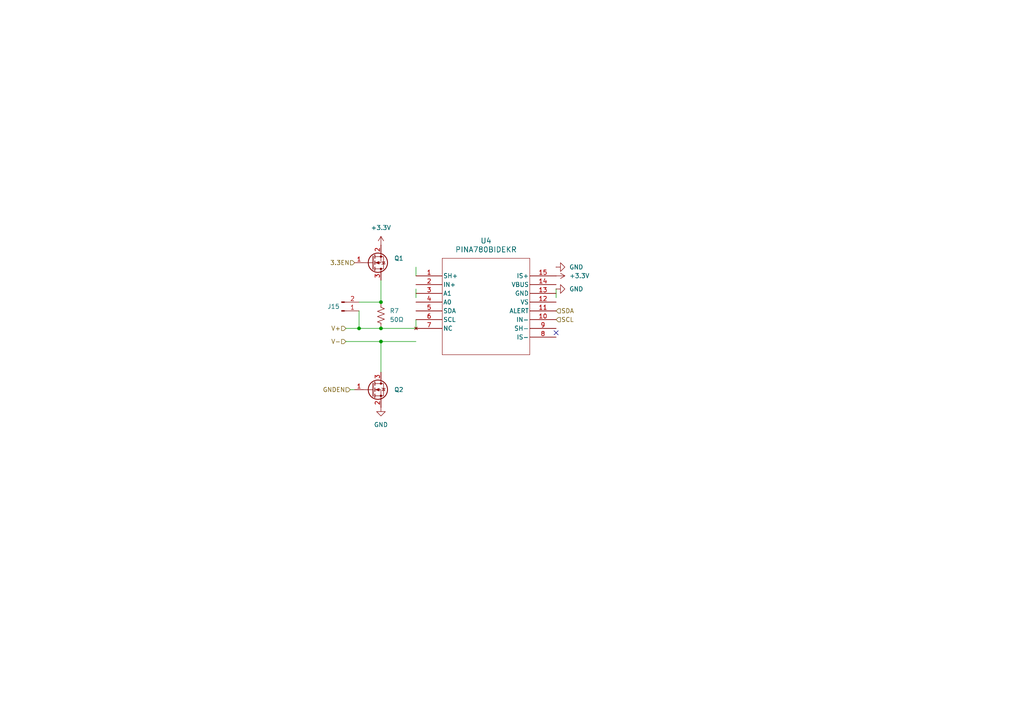
<source format=kicad_sch>
(kicad_sch (version 20231120) (generator "eeschema") (generator_version "8.0")
  (paper "A4")
  (lib_symbols
    (symbol "Connector:Conn_01x02_Pin" (pin_names (offset 1.016) hide)
      (property "Reference" "J" (at 0 2.54 0))
      (property "Value" "Conn_01x02_Pin" (at 0 -5.08 0))
      (symbol "Conn_01x02_Pin_1_1"
        (polyline (pts (xy 1.27 -2.54) (xy 0.8636 -2.54)) (stroke (width 0.1524)))
        (polyline (pts (xy 1.27 0) (xy 0.8636 0)) (stroke (width 0.1524)))
        (rectangle (start 0.8636 -2.413) (end 0 -2.667) (stroke (width 0.1524)) (fill (type outline)))
        (rectangle (start 0.8636 0.127) (end 0 -0.127) (stroke (width 0.1524)) (fill (type outline)))
        (pin passive line (at 5.08 0 180) (length 3.81) (name "Pin_1") (number "1"))
        (pin passive line (at 5.08 -2.54 180) (length 3.81) (name "Pin_2") (number "2"))
      )
    )
    (symbol "Device:R_US" (pin_numbers hide) (pin_names (offset 0))
      (property "Reference" "R" (at 2.54 0 90))
      (property "Value" "R_US" (at -2.54 0 90))
      (symbol "R_US_0_1"
        (polyline (pts (xy 0 -2.286) (xy 0 -2.54)))
        (polyline (pts (xy 0 2.286) (xy 0 2.54)))
        (polyline (pts (xy 0 -0.762) (xy 1.016 -1.143) (xy 0 -1.524) (xy -1.016 -1.905) (xy 0 -2.286)))
        (polyline (pts (xy 0 0.762) (xy 1.016 0.381) (xy 0 0) (xy -1.016 -0.381) (xy 0 -0.762)))
        (polyline (pts (xy 0 2.286) (xy 1.016 1.905) (xy 0 1.524) (xy -1.016 1.143) (xy 0 0.762)))
      )
      (symbol "R_US_1_1"
        (pin passive line (at 0 3.81 270) (length 1.27) (name "~") (number "1"))
        (pin passive line (at 0 -3.81 90) (length 1.27) (name "~") (number "2"))
      )
    )
    (symbol "Multimeter:PINA780BIDEKR" (pin_names (offset 0.254))
      (property "Reference" "U" (at 20.32 10.16 0))
      (property "Value" "PINA780BIDEKR" (at 20.32 7.62 0))
      (symbol "PINA780BIDEKR_0_1"
        (polyline (pts (xy 7.62 -22.86) (xy 33.02 -22.86)) (stroke (width 0.127)))
        (polyline (pts (xy 7.62 5.08) (xy 7.62 -22.86)) (stroke (width 0.127)))
        (polyline (pts (xy 33.02 -22.86) (xy 33.02 5.08)) (stroke (width 0.127)))
        (polyline (pts (xy 33.02 5.08) (xy 7.62 5.08)) (stroke (width 0.127)))
        (pin output line (at 0 0 0) (length 7.62) (name "SH+") (number "1"))
        (pin input line (at 40.64 -12.7 180) (length 7.62) (name "IN-") (number "10"))
        (pin output line (at 40.64 -10.16 180) (length 7.62) (name "ALERT") (number "11"))
        (pin power_in line (at 40.64 -7.62 180) (length 7.62) (name "VS") (number "12"))
        (pin power_out line (at 40.64 -5.08 180) (length 7.62) (name "GND") (number "13"))
        (pin input line (at 40.64 -2.54 180) (length 7.62) (name "VBUS") (number "14"))
        (pin input line (at 40.64 0 180) (length 7.62) (name "IS+") (number "15"))
        (pin input line (at 0 -2.54 0) (length 7.62) (name "IN+") (number "2"))
        (pin input line (at 0 -5.08 0) (length 7.62) (name "A1") (number "3"))
        (pin input line (at 0 -7.62 0) (length 7.62) (name "A0") (number "4"))
        (pin bidirectional line (at 0 -10.16 0) (length 7.62) (name "SDA") (number "5"))
        (pin input line (at 0 -12.7 0) (length 7.62) (name "SCL") (number "6"))
        (pin no_connect line (at 0 -15.24 0) (length 7.62) (name "NC") (number "7"))
        (pin input line (at 40.64 -17.78 180) (length 7.62) (name "IS-") (number "8"))
        (pin output line (at 40.64 -15.24 180) (length 7.62) (name "SH-") (number "9"))
      )
    )
    (symbol "Transistor_FET:2N7002" (pin_names hide)
      (property "Reference" "Q" (at 5.08 1.905 0))
      (property "Value" "2N7002" (at 5.08 0 0))
      (symbol "2N7002_0_1"
        (polyline (pts (xy 0.254 0) (xy -2.54 0)))
        (polyline (pts (xy 0.254 1.905) (xy 0.254 -1.905)) (stroke (width 0.254)))
        (polyline (pts (xy 0.762 -1.27) (xy 0.762 -2.286)) (stroke (width 0.254)))
        (polyline (pts (xy 0.762 0.508) (xy 0.762 -0.508)) (stroke (width 0.254)))
        (polyline (pts (xy 0.762 2.286) (xy 0.762 1.27)) (stroke (width 0.254)))
        (polyline (pts (xy 2.54 2.54) (xy 2.54 1.778)))
        (polyline (pts (xy 2.54 -2.54) (xy 2.54 0) (xy 0.762 0)))
        (polyline (pts (xy 0.762 -1.778) (xy 3.302 -1.778) (xy 3.302 1.778) (xy 0.762 1.778)))
        (polyline (pts (xy 1.016 0) (xy 2.032 0.381) (xy 2.032 -0.381) (xy 1.016 0)) (fill (type outline)))
        (polyline (pts (xy 2.794 0.508) (xy 2.921 0.381) (xy 3.683 0.381) (xy 3.81 0.254)))
        (polyline (pts (xy 3.302 0.381) (xy 2.921 -0.254) (xy 3.683 -0.254) (xy 3.302 0.381)))
        (circle (center 1.651 0) (radius 2.794) (stroke (width 0.254)))
        (circle (center 2.54 -1.778) (radius 0.254) (fill (type outline)))
        (circle (center 2.54 1.778) (radius 0.254) (fill (type outline)))
      )
      (symbol "2N7002_1_1"
        (pin input line (at -5.08 0 0) (length 2.54) (name "G") (number "1"))
        (pin passive line (at 2.54 -5.08 90) (length 2.54) (name "S") (number "2"))
        (pin passive line (at 2.54 5.08 270) (length 2.54) (name "D") (number "3"))
      )
    )
    (symbol "power:+3.3V" (power) (pin_numbers hide) (pin_names (offset 0) hide)
      (property "Value" "+3.3V" (at 0 3.556 0))
      (symbol "+3.3V_0_1"
        (polyline (pts (xy -0.762 1.27) (xy 0 2.54)))
        (polyline (pts (xy 0 0) (xy 0 2.54)))
        (polyline (pts (xy 0 2.54) (xy 0.762 1.27)))
      )
      (symbol "+3.3V_1_1"
        (pin power_in line (at 0 0 90) (length 0) (name "~") (number "1"))
      )
    )
    (symbol "power:GND" (power) (pin_numbers hide) (pin_names (offset 0) hide)
      (property "Value" "GND" (at 0 -3.81 0))
      (symbol "GND_0_1"
        (polyline (pts (xy 0 0) (xy 0 -1.27) (xy 1.27 -1.27) (xy 0 -2.54) (xy -1.27 -1.27) (xy 0 -1.27)))
      )
      (symbol "GND_1_1"
        (pin power_in line (at 0 0 270) (length 0) (name "~") (number "1"))
      )
    )
  )
  (junction (at 110.49 95.25))
  (junction (at 110.49 87.63))
  (junction (at 110.49 99.06))
  (junction (at 104.14 95.25))
  (no_connect (at 161.29 96.52))
  (wire (pts (xy 104.14 90.17) (xy 104.14 95.25)))
  (wire (pts (xy 161.29 83.82) (xy 161.29 86.36)))
  (wire (pts (xy 120.65 77.47) (xy 120.65 80.01)))
  (wire (pts (xy 110.49 99.06) (xy 120.65 99.06)))
  (wire (pts (xy 100.33 99.06) (xy 110.49 99.06)))
  (wire (pts (xy 120.65 83.82) (xy 120.65 86.36)))
  (wire (pts (xy 110.49 95.25) (xy 120.65 95.25)))
  (wire (pts (xy 110.49 107.95) (xy 110.49 99.06)))
  (wire (pts (xy 104.14 95.25) (xy 110.49 95.25)))
  (wire (pts (xy 120.65 92.71) (xy 120.65 95.25)))
  (wire (pts (xy 104.14 87.63) (xy 110.49 87.63)))
  (wire (pts (xy 110.49 81.28) (xy 110.49 87.63)))
  (wire (pts (xy 100.33 95.25) (xy 104.14 95.25)))
  (wire (pts (xy 102.87 113.03) (xy 101.6 113.03)))
  (hierarchical_label "SCL" (shape input) (at 161.29 92.71 0))
  (hierarchical_label "V-" (shape input) (at 100.33 99.06 180))
  (hierarchical_label "SDA" (shape input) (at 161.29 90.17 0))
  (hierarchical_label "3.3EN" (shape input) (at 102.87 76.2 180))
  (hierarchical_label "GNDEN" (shape input) (at 101.6 113.03 180))
  (hierarchical_label "V+" (shape input) (at 100.33 95.25 180))
  (symbol (lib_id "power:+3.3V") (at 110.49 71.12 0) (mirror y) (unit 1)
    (property "Reference" "#PWR043" (effects (hide yes)))
    (property "Value" "+3.3V" (at 110.49 66.04 0))
    (property "Description" "Power symbol creates a global label with name \"+3.3V\"" (effects (hide yes)))
  )
  (symbol (lib_id "power:GND") (at 110.49 118.11 0) (unit 1)
    (property "Reference" "#PWR047" (effects (hide yes)))
    (property "Value" "GND" (at 110.49 123.19 0))
    (property "Description" "Power symbol creates a global label with name \"GND\" , ground" (effects (hide yes)))
  )
  (symbol (lib_id "Device:R_US") (at 110.49 91.44 0) (unit 1)
    (property "Reference" "R7" (at 113.03 90.1699 0) (effects (justify left)))
    (property "Value" "50Ω" (at 113.03 92.7099 0) (effects (justify left)))
    (property "Footprint" "Resistor_SMD:R_0402_1005Metric_Pad0.72x0.64mm_HandSolder" (effects (hide yes)))
    (property "Description" "Resistor, US symbol" (effects (hide yes)))
  )
  (symbol (lib_id "Transistor_FET:2N7002") (at 107.95 76.2 0) (mirror x) (unit 1)
    (property "Reference" "Q1" (at 114.3 74.9299 0) (effects (justify left)))
    (property "Value" "2N7002" (effects (hide yes)))
    (property "Footprint" "Package_TO_SOT_SMD:SOT-23" (effects (hide yes)))
    (property "Datasheet" "https://www.onsemi.com/pub/Collateral/NDS7002A-D.PDF" (effects (hide yes)))
    (property "Description" "0.115A Id, 60V Vds, N-Channel MOSFET, SOT-23" (effects (hide yes)))
  )
  (symbol (lib_id "power:GND") (at 161.29 83.82 90) (unit 1)
    (property "Reference" "#PWR046" (effects (hide yes)))
    (property "Value" "GND" (at 165.1 83.8199 90) (effects (justify right)))
    (property "Description" "Power symbol creates a global label with name \"GND\" , ground" (effects (hide yes)))
  )
  (symbol (lib_id "power:GND") (at 161.29 77.47 90) (unit 1)
    (property "Reference" "#PWR044" (effects (hide yes)))
    (property "Value" "GND" (at 165.1 77.4699 90) (effects (justify right)))
    (property "Description" "Power symbol creates a global label with name \"GND\" , ground" (effects (hide yes)))
  )
  (symbol (lib_id "power:+3.3V") (at 161.29 80.01 270) (mirror x) (unit 1)
    (property "Reference" "#PWR045" (effects (hide yes)))
    (property "Value" "+3.3V" (at 165.1 80.0099 90) (effects (justify left)))
    (property "Description" "Power symbol creates a global label with name \"+3.3V\"" (effects (hide yes)))
  )
  (symbol (lib_id "Connector:Conn_01x02_Pin") (at 99.06 90.17 0) (mirror x) (unit 1)
    (property "Reference" "J15" (at 98.552 88.9 0) (effects (justify right)))
    (property "Value" "Conn_01x02_Pin" (effects (hide yes)))
    (property "Footprint" "Connector_PinHeader_1.27mm:PinHeader_1x02_P1.27mm_Vertical" (effects (hide yes)))
    (property "Description" "Generic connector, single row, 01x02, script generated" (effects (hide yes)))
  )
  (symbol (lib_id "Multimeter:PINA780BIDEKR") (at 120.65 80.01 0) (unit 1)
    (property "Reference" "U4" (at 140.97 69.85 0) (effects (font (size 1.524 1.524))))
    (property "Value" "PINA780BIDEKR" (at 140.97 72.39 0) (effects (font (size 1.524 1.524))))
    (property "Footprint" "Library:VQFN15_DEK_TEX" (effects (hide yes)))
    (property "Datasheet" "PINA780BIDEKR" (effects (hide yes)))
  )
  (symbol (lib_id "Transistor_FET:2N7002") (at 107.95 113.03 0) (unit 1)
    (property "Reference" "Q2" (at 114.3 113.03 0) (effects (justify left)))
    (property "Value" "2N7002" (effects (hide yes)))
    (property "Footprint" "Package_TO_SOT_SMD:SOT-23" (effects (hide yes)))
    (property "Datasheet" "https://www.onsemi.com/pub/Collateral/NDS7002A-D.PDF" (effects (hide yes)))
    (property "Description" "0.115A Id, 60V Vds, N-Channel MOSFET, SOT-23" (effects (hide yes)))
  )
)
</source>
